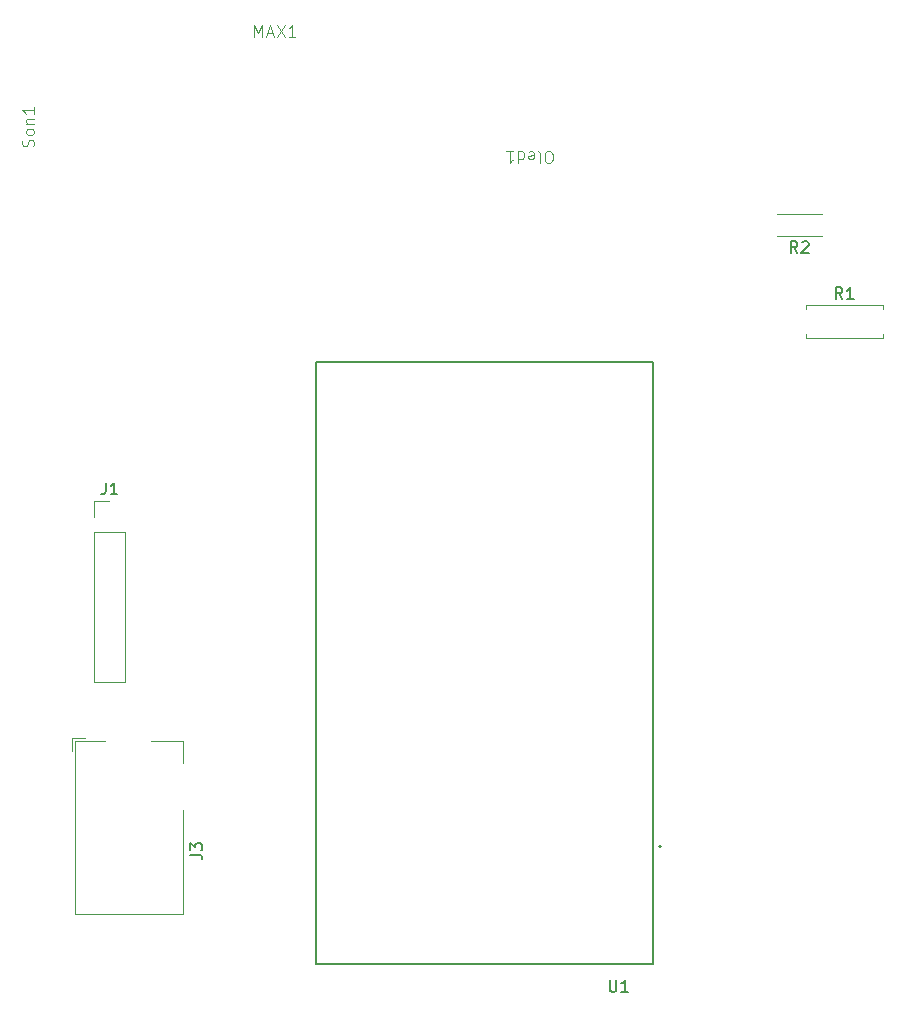
<source format=gbr>
%TF.GenerationSoftware,KiCad,Pcbnew,7.0.8*%
%TF.CreationDate,2023-11-16T13:38:25-05:00*%
%TF.ProjectId,tarbiukuan,74617262-6975-46b7-9561-6e2e6b696361,rev?*%
%TF.SameCoordinates,Original*%
%TF.FileFunction,Legend,Top*%
%TF.FilePolarity,Positive*%
%FSLAX46Y46*%
G04 Gerber Fmt 4.6, Leading zero omitted, Abs format (unit mm)*
G04 Created by KiCad (PCBNEW 7.0.8) date 2023-11-16 13:38:25*
%MOMM*%
%LPD*%
G01*
G04 APERTURE LIST*
%ADD10C,0.150000*%
%ADD11C,0.100000*%
%ADD12C,0.127000*%
%ADD13C,0.200000*%
%ADD14C,0.120000*%
G04 APERTURE END LIST*
D10*
X150293095Y-148459819D02*
X150293095Y-149269342D01*
X150293095Y-149269342D02*
X150340714Y-149364580D01*
X150340714Y-149364580D02*
X150388333Y-149412200D01*
X150388333Y-149412200D02*
X150483571Y-149459819D01*
X150483571Y-149459819D02*
X150674047Y-149459819D01*
X150674047Y-149459819D02*
X150769285Y-149412200D01*
X150769285Y-149412200D02*
X150816904Y-149364580D01*
X150816904Y-149364580D02*
X150864523Y-149269342D01*
X150864523Y-149269342D02*
X150864523Y-148459819D01*
X151864523Y-149459819D02*
X151293095Y-149459819D01*
X151578809Y-149459819D02*
X151578809Y-148459819D01*
X151578809Y-148459819D02*
X151483571Y-148602676D01*
X151483571Y-148602676D02*
X151388333Y-148697914D01*
X151388333Y-148697914D02*
X151293095Y-148745533D01*
X170013333Y-90794819D02*
X169680000Y-90318628D01*
X169441905Y-90794819D02*
X169441905Y-89794819D01*
X169441905Y-89794819D02*
X169822857Y-89794819D01*
X169822857Y-89794819D02*
X169918095Y-89842438D01*
X169918095Y-89842438D02*
X169965714Y-89890057D01*
X169965714Y-89890057D02*
X170013333Y-89985295D01*
X170013333Y-89985295D02*
X170013333Y-90128152D01*
X170013333Y-90128152D02*
X169965714Y-90223390D01*
X169965714Y-90223390D02*
X169918095Y-90271009D01*
X169918095Y-90271009D02*
X169822857Y-90318628D01*
X169822857Y-90318628D02*
X169441905Y-90318628D01*
X170965714Y-90794819D02*
X170394286Y-90794819D01*
X170680000Y-90794819D02*
X170680000Y-89794819D01*
X170680000Y-89794819D02*
X170584762Y-89937676D01*
X170584762Y-89937676D02*
X170489524Y-90032914D01*
X170489524Y-90032914D02*
X170394286Y-90080533D01*
X107616666Y-106344819D02*
X107616666Y-107059104D01*
X107616666Y-107059104D02*
X107569047Y-107201961D01*
X107569047Y-107201961D02*
X107473809Y-107297200D01*
X107473809Y-107297200D02*
X107330952Y-107344819D01*
X107330952Y-107344819D02*
X107235714Y-107344819D01*
X108616666Y-107344819D02*
X108045238Y-107344819D01*
X108330952Y-107344819D02*
X108330952Y-106344819D01*
X108330952Y-106344819D02*
X108235714Y-106487676D01*
X108235714Y-106487676D02*
X108140476Y-106582914D01*
X108140476Y-106582914D02*
X108045238Y-106630533D01*
X114804819Y-137863333D02*
X115519104Y-137863333D01*
X115519104Y-137863333D02*
X115661961Y-137910952D01*
X115661961Y-137910952D02*
X115757200Y-138006190D01*
X115757200Y-138006190D02*
X115804819Y-138149047D01*
X115804819Y-138149047D02*
X115804819Y-138244285D01*
X114804819Y-137482380D02*
X114804819Y-136863333D01*
X114804819Y-136863333D02*
X115185771Y-137196666D01*
X115185771Y-137196666D02*
X115185771Y-137053809D01*
X115185771Y-137053809D02*
X115233390Y-136958571D01*
X115233390Y-136958571D02*
X115281009Y-136910952D01*
X115281009Y-136910952D02*
X115376247Y-136863333D01*
X115376247Y-136863333D02*
X115614342Y-136863333D01*
X115614342Y-136863333D02*
X115709580Y-136910952D01*
X115709580Y-136910952D02*
X115757200Y-136958571D01*
X115757200Y-136958571D02*
X115804819Y-137053809D01*
X115804819Y-137053809D02*
X115804819Y-137339523D01*
X115804819Y-137339523D02*
X115757200Y-137434761D01*
X115757200Y-137434761D02*
X115709580Y-137482380D01*
X166203333Y-86908569D02*
X165870000Y-86432378D01*
X165631905Y-86908569D02*
X165631905Y-85908569D01*
X165631905Y-85908569D02*
X166012857Y-85908569D01*
X166012857Y-85908569D02*
X166108095Y-85956188D01*
X166108095Y-85956188D02*
X166155714Y-86003807D01*
X166155714Y-86003807D02*
X166203333Y-86099045D01*
X166203333Y-86099045D02*
X166203333Y-86241902D01*
X166203333Y-86241902D02*
X166155714Y-86337140D01*
X166155714Y-86337140D02*
X166108095Y-86384759D01*
X166108095Y-86384759D02*
X166012857Y-86432378D01*
X166012857Y-86432378D02*
X165631905Y-86432378D01*
X166584286Y-86003807D02*
X166631905Y-85956188D01*
X166631905Y-85956188D02*
X166727143Y-85908569D01*
X166727143Y-85908569D02*
X166965238Y-85908569D01*
X166965238Y-85908569D02*
X167060476Y-85956188D01*
X167060476Y-85956188D02*
X167108095Y-86003807D01*
X167108095Y-86003807D02*
X167155714Y-86099045D01*
X167155714Y-86099045D02*
X167155714Y-86194283D01*
X167155714Y-86194283D02*
X167108095Y-86337140D01*
X167108095Y-86337140D02*
X166536667Y-86908569D01*
X166536667Y-86908569D02*
X167155714Y-86908569D01*
D11*
X101509800Y-77866666D02*
X101557419Y-77723809D01*
X101557419Y-77723809D02*
X101557419Y-77485714D01*
X101557419Y-77485714D02*
X101509800Y-77390476D01*
X101509800Y-77390476D02*
X101462180Y-77342857D01*
X101462180Y-77342857D02*
X101366942Y-77295238D01*
X101366942Y-77295238D02*
X101271704Y-77295238D01*
X101271704Y-77295238D02*
X101176466Y-77342857D01*
X101176466Y-77342857D02*
X101128847Y-77390476D01*
X101128847Y-77390476D02*
X101081228Y-77485714D01*
X101081228Y-77485714D02*
X101033609Y-77676190D01*
X101033609Y-77676190D02*
X100985990Y-77771428D01*
X100985990Y-77771428D02*
X100938371Y-77819047D01*
X100938371Y-77819047D02*
X100843133Y-77866666D01*
X100843133Y-77866666D02*
X100747895Y-77866666D01*
X100747895Y-77866666D02*
X100652657Y-77819047D01*
X100652657Y-77819047D02*
X100605038Y-77771428D01*
X100605038Y-77771428D02*
X100557419Y-77676190D01*
X100557419Y-77676190D02*
X100557419Y-77438095D01*
X100557419Y-77438095D02*
X100605038Y-77295238D01*
X101557419Y-76723809D02*
X101509800Y-76819047D01*
X101509800Y-76819047D02*
X101462180Y-76866666D01*
X101462180Y-76866666D02*
X101366942Y-76914285D01*
X101366942Y-76914285D02*
X101081228Y-76914285D01*
X101081228Y-76914285D02*
X100985990Y-76866666D01*
X100985990Y-76866666D02*
X100938371Y-76819047D01*
X100938371Y-76819047D02*
X100890752Y-76723809D01*
X100890752Y-76723809D02*
X100890752Y-76580952D01*
X100890752Y-76580952D02*
X100938371Y-76485714D01*
X100938371Y-76485714D02*
X100985990Y-76438095D01*
X100985990Y-76438095D02*
X101081228Y-76390476D01*
X101081228Y-76390476D02*
X101366942Y-76390476D01*
X101366942Y-76390476D02*
X101462180Y-76438095D01*
X101462180Y-76438095D02*
X101509800Y-76485714D01*
X101509800Y-76485714D02*
X101557419Y-76580952D01*
X101557419Y-76580952D02*
X101557419Y-76723809D01*
X100890752Y-75961904D02*
X101557419Y-75961904D01*
X100985990Y-75961904D02*
X100938371Y-75914285D01*
X100938371Y-75914285D02*
X100890752Y-75819047D01*
X100890752Y-75819047D02*
X100890752Y-75676190D01*
X100890752Y-75676190D02*
X100938371Y-75580952D01*
X100938371Y-75580952D02*
X101033609Y-75533333D01*
X101033609Y-75533333D02*
X101557419Y-75533333D01*
X101557419Y-74533333D02*
X101557419Y-75104761D01*
X101557419Y-74819047D02*
X100557419Y-74819047D01*
X100557419Y-74819047D02*
X100700276Y-74914285D01*
X100700276Y-74914285D02*
X100795514Y-75009523D01*
X100795514Y-75009523D02*
X100843133Y-75104761D01*
X145224285Y-79282580D02*
X145033809Y-79282580D01*
X145033809Y-79282580D02*
X144938571Y-79234961D01*
X144938571Y-79234961D02*
X144843333Y-79139723D01*
X144843333Y-79139723D02*
X144795714Y-78949247D01*
X144795714Y-78949247D02*
X144795714Y-78615914D01*
X144795714Y-78615914D02*
X144843333Y-78425438D01*
X144843333Y-78425438D02*
X144938571Y-78330200D01*
X144938571Y-78330200D02*
X145033809Y-78282580D01*
X145033809Y-78282580D02*
X145224285Y-78282580D01*
X145224285Y-78282580D02*
X145319523Y-78330200D01*
X145319523Y-78330200D02*
X145414761Y-78425438D01*
X145414761Y-78425438D02*
X145462380Y-78615914D01*
X145462380Y-78615914D02*
X145462380Y-78949247D01*
X145462380Y-78949247D02*
X145414761Y-79139723D01*
X145414761Y-79139723D02*
X145319523Y-79234961D01*
X145319523Y-79234961D02*
X145224285Y-79282580D01*
X144224285Y-78282580D02*
X144319523Y-78330200D01*
X144319523Y-78330200D02*
X144367142Y-78425438D01*
X144367142Y-78425438D02*
X144367142Y-79282580D01*
X143462380Y-78330200D02*
X143557618Y-78282580D01*
X143557618Y-78282580D02*
X143748094Y-78282580D01*
X143748094Y-78282580D02*
X143843332Y-78330200D01*
X143843332Y-78330200D02*
X143890951Y-78425438D01*
X143890951Y-78425438D02*
X143890951Y-78806390D01*
X143890951Y-78806390D02*
X143843332Y-78901628D01*
X143843332Y-78901628D02*
X143748094Y-78949247D01*
X143748094Y-78949247D02*
X143557618Y-78949247D01*
X143557618Y-78949247D02*
X143462380Y-78901628D01*
X143462380Y-78901628D02*
X143414761Y-78806390D01*
X143414761Y-78806390D02*
X143414761Y-78711152D01*
X143414761Y-78711152D02*
X143890951Y-78615914D01*
X142557618Y-78282580D02*
X142557618Y-79282580D01*
X142557618Y-78330200D02*
X142652856Y-78282580D01*
X142652856Y-78282580D02*
X142843332Y-78282580D01*
X142843332Y-78282580D02*
X142938570Y-78330200D01*
X142938570Y-78330200D02*
X142986189Y-78377819D01*
X142986189Y-78377819D02*
X143033808Y-78473057D01*
X143033808Y-78473057D02*
X143033808Y-78758771D01*
X143033808Y-78758771D02*
X142986189Y-78854009D01*
X142986189Y-78854009D02*
X142938570Y-78901628D01*
X142938570Y-78901628D02*
X142843332Y-78949247D01*
X142843332Y-78949247D02*
X142652856Y-78949247D01*
X142652856Y-78949247D02*
X142557618Y-78901628D01*
X141557618Y-78282580D02*
X142129046Y-78282580D01*
X141843332Y-78282580D02*
X141843332Y-79282580D01*
X141843332Y-79282580D02*
X141938570Y-79139723D01*
X141938570Y-79139723D02*
X142033808Y-79044485D01*
X142033808Y-79044485D02*
X142129046Y-78996866D01*
X120205714Y-68577419D02*
X120205714Y-67577419D01*
X120205714Y-67577419D02*
X120539047Y-68291704D01*
X120539047Y-68291704D02*
X120872380Y-67577419D01*
X120872380Y-67577419D02*
X120872380Y-68577419D01*
X121300952Y-68291704D02*
X121777142Y-68291704D01*
X121205714Y-68577419D02*
X121539047Y-67577419D01*
X121539047Y-67577419D02*
X121872380Y-68577419D01*
X122110476Y-67577419D02*
X122777142Y-68577419D01*
X122777142Y-67577419D02*
X122110476Y-68577419D01*
X123681904Y-68577419D02*
X123110476Y-68577419D01*
X123396190Y-68577419D02*
X123396190Y-67577419D01*
X123396190Y-67577419D02*
X123300952Y-67720276D01*
X123300952Y-67720276D02*
X123205714Y-67815514D01*
X123205714Y-67815514D02*
X123110476Y-67863133D01*
D12*
%TO.C,U1*%
X153980000Y-147120000D02*
X142911000Y-147120000D01*
X153980000Y-147120000D02*
X125470000Y-147120000D01*
X153980000Y-96170000D02*
X153980000Y-147120000D01*
X153980000Y-96170000D02*
X153980000Y-147120000D01*
X153980000Y-96170000D02*
X148610000Y-96170000D01*
X148610000Y-96170000D02*
X130920000Y-96170000D01*
X142911000Y-147120000D02*
X136200000Y-147120000D01*
X136200000Y-147120000D02*
X125470000Y-147120000D01*
X130920000Y-96170000D02*
X125470000Y-96170000D01*
X125470000Y-147120000D02*
X125470000Y-96170000D01*
X125470000Y-147120000D02*
X125470000Y-96170000D01*
X125470000Y-96170000D02*
X153980000Y-96170000D01*
D13*
X154650000Y-137160000D02*
G75*
G03*
X154650000Y-137160000I-100000J0D01*
G01*
D14*
%TO.C,R1*%
X166910000Y-91340000D02*
X173450000Y-91340000D01*
X166910000Y-91670000D02*
X166910000Y-91340000D01*
X166910000Y-93750000D02*
X166910000Y-94080000D01*
X166910000Y-94080000D02*
X173450000Y-94080000D01*
X173450000Y-91340000D02*
X173450000Y-91670000D01*
X173450000Y-94080000D02*
X173450000Y-93750000D01*
%TO.C,J1*%
X106620000Y-107890000D02*
X107950000Y-107890000D01*
X106620000Y-109220000D02*
X106620000Y-107890000D01*
X106620000Y-110490000D02*
X106620000Y-123250000D01*
X106620000Y-110490000D02*
X109280000Y-110490000D01*
X106620000Y-123250000D02*
X109280000Y-123250000D01*
X109280000Y-110490000D02*
X109280000Y-123250000D01*
%TO.C,J3*%
X105000000Y-142880000D02*
X105000000Y-128180000D01*
X114200000Y-142880000D02*
X105000000Y-142880000D01*
X114200000Y-134080000D02*
X114200000Y-142880000D01*
X104800000Y-129030000D02*
X104800000Y-127980000D01*
X105000000Y-128180000D02*
X107600000Y-128180000D01*
X111500000Y-128180000D02*
X114200000Y-128180000D01*
X114200000Y-128180000D02*
X114200000Y-130080000D01*
X105850000Y-127980000D02*
X104800000Y-127980000D01*
%TO.C,R2*%
X168290000Y-85453750D02*
X164450000Y-85453750D01*
X168290000Y-83613750D02*
X164450000Y-83613750D01*
%TD*%
M02*

</source>
